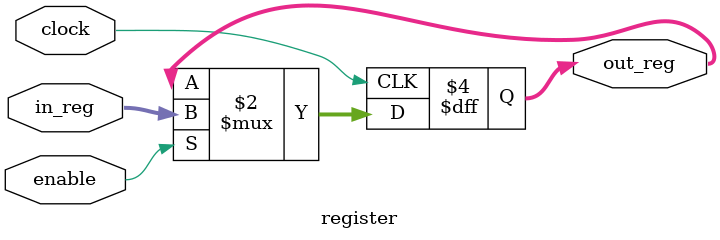
<source format=v>


module register_file(clock, enable, RW, PW, RA, PA, RB, PB, RD, PD);

    input clock, enable;

    //mux
    input [31:0] PW;
    input [4:0] RW, RA, RB, RD;
    output wire [31:0] PA, PB, PD; 

    //register
    wire [31:0] Rout0, Rout1, Rout2, Rout3, Rout4, Rout5, Rout6, Rout7;
    wire [31:0] Rout8, Rout9, Rout10, Rout11, Rout12, Rout13, Rout14, Rout15;
    wire [31:0] Rout16, Rout17, Rout18, Rout19, Rout20, Rout21, Rout22, Rout23; 
    wire [31:0] Rout24, Rout25, Rout26, Rout27, Rout28, Rout29, Rout30, Rout31;
    wire [31:0] out_decoder;

    //to write
    decoder5to32 D01(enable, RW, out_decoder);
    
    //registers
    register R0(clock, out_decoder[0], PW, Rout0);
    register R1(clock, out_decoder[1], PW, Rout1);
    register R2(clock, out_decoder[2], PW, Rout2);
    register R3(clock, out_decoder[3], PW, Rout3);
    register R4(clock, out_decoder[4], PW, Rout4);
    register R5(clock, out_decoder[5], PW, Rout5);
    register R6(clock, out_decoder[6], PW, Rout6);
    register R7(clock, out_decoder[7], PW, Rout7);

    register R8(clock, out_decoder[8], PW, Rout8);
    register R9(clock, out_decoder[9], PW, Rout9);
    register R10(clock, out_decoder[10], PW, Rout10);
    register R11(clock, out_decoder[11], PW, Rout11);
    register R12(clock, out_decoder[12], PW, Rout12);
    register R13(clock, out_decoder[13], PW, Rout13);
    register R14(clock, out_decoder[14], PW, Rout14);
    register R15(clock, out_decoder[15], PW, Rout15);

    register R16(clock, out_decoder[16], PW, Rout16);
    register R17(clock, out_decoder[17], PW, Rout17);
    register R18(clock, out_decoder[18], PW, Rout18);
    register R19(clock, out_decoder[19], PW, Rout19);
    register R20(clock, out_decoder[20], PW, Rout20);
    register R21(clock, out_decoder[21], PW, Rout21);
    register R22(clock, out_decoder[22], PW, Rout22);
    register R23(clock, out_decoder[23], PW, Rout23);

    register R24(clock, out_decoder[24], PW, Rout24);
    register R25(clock, out_decoder[25], PW, Rout25);
    register R26(clock, out_decoder[26], PW, Rout26);
    register R27(clock, out_decoder[27], PW, Rout27);
    register R28(clock, out_decoder[28], PW, Rout28);
    register R29(clock, out_decoder[29], PW, Rout29);
    register R30(clock, out_decoder[30], PW, Rout30);
    register R31(clock, out_decoder[31], PW, Rout31);

    //multiplexers
    mux32to1 M01(RA, 32'b0, Rout1, Rout2, Rout3, Rout4, Rout5, Rout6, Rout7, Rout8, Rout9, Rout10,
             Rout11, Rout12, Rout13, Rout14, Rout15, Rout16, Rout17, Rout18, Rout19, Rout20, 
             Rout21, Rout22, Rout23, Rout24, Rout25, Rout26, Rout27, Rout28, Rout29, Rout30,
             Rout31, PA);
    
    mux32to1 M02(RB, 32'b0, Rout1, Rout2, Rout3, Rout4, Rout5, Rout6, Rout7, Rout8, Rout9, Rout10,
             Rout11, Rout12, Rout13, Rout14, Rout15, Rout16, Rout17, Rout18, Rout19, Rout20, 
             Rout21, Rout22, Rout23, Rout24, Rout25, Rout26, Rout27, Rout28, Rout29, Rout30,
             Rout31, PB);

    mux32to1 M03(RD, 32'b0, Rout1, Rout2, Rout3, Rout4, Rout5, Rout6, Rout7, Rout8, Rout9, Rout10,
             Rout11, Rout12, Rout13, Rout14, Rout15, Rout16, Rout17, Rout18, Rout19, Rout20, 
             Rout21, Rout22, Rout23, Rout24, Rout25, Rout26, Rout27, Rout28, Rout29, Rout30,
             Rout31, PD);

endmodule




module mux32to1(select, R00, R01, R02, R03, R04, 
            R05, R06, R07, R08, R09, R10,
            R11, R12, R13, R14, R15, R16,
            R17, R18, R19, R20, R21, R22,
            R23, R24, R25, R26, R27, R28,
            R29, R30, R31, out_reg);
    
input  [4:0]  select;
input  [31:0] R01, R02, R03, R04, R05, R06, R07, R08;
input  [31:0] R09, R10, R11, R12, R13, R14, R15, R16;
input  [31:0] R17, R18, R19, R20, R21, R22, R23, R24;
input  [31:0] R25, R26, R27, R28, R29, R30, R31, R00; 
     
output reg [31:0]  out_reg;

always @(*) 
    begin
        case(select)
            5'b00000: out_reg = R00;
            5'b00001: out_reg = R01;
            5'b00010: out_reg = R02;
            5'b00011: out_reg = R03;
            5'b00100: out_reg = R04;
            5'b00101: out_reg = R05;
            5'b00110: out_reg = R06;
            5'b00111: out_reg = R07;
            5'b01000: out_reg = R08;
            5'b01001: out_reg = R09;
            5'b01010: out_reg = R10;
            5'b01011: out_reg = R11;
            5'b01100: out_reg = R12;
            5'b01101: out_reg = R13;
            5'b01110: out_reg = R14;
            5'b01111: out_reg = R15;

            5'b10000: out_reg = R16;
            5'b10001: out_reg = R17;
            5'b10010: out_reg = R18;
            5'b10011: out_reg = R19;
            5'b10100: out_reg = R20;
            5'b10101: out_reg = R21;
            5'b10110: out_reg = R22;
            5'b10111: out_reg = R23;
            5'b11000: out_reg = R24;
            5'b11001: out_reg = R25;
            5'b11010: out_reg = R26;
            5'b11011: out_reg = R27;
            5'b11100: out_reg = R28;
            5'b11101: out_reg = R29;
            5'b11110: out_reg = R30;
            5'b11111: out_reg = R31;            
                
            endcase
    end

endmodule



module decoder5to32(enable, select, out_add);
    input           enable;
    input   [4:0]   select;
    output reg [31:0]  out_add;
 
always @(*) 
    begin
    if (enable) 
        begin
            case(select)
                5'b00000: out_add = 32'b0000_0000_0000_0000_0000_0000_0000_0001;
                5'b00001: out_add = 32'b0000_0000_0000_0000_0000_0000_0000_0010;
                5'b00010: out_add = 32'b0000_0000_0000_0000_0000_0000_0000_0100;
                5'b00011: out_add = 32'b0000_0000_0000_0000_0000_0000_0000_1000;
                5'b00100: out_add = 32'b0000_0000_0000_0000_0000_0000_0001_0000;
                5'b00101: out_add = 32'b0000_0000_0000_0000_0000_0000_0010_0000;
                5'b00110: out_add = 32'b0000_0000_0000_0000_0000_0000_0100_0000;
                5'b00111: out_add = 32'b0000_0000_0000_0000_0000_0000_1000_0000;
                5'b01000: out_add = 32'b0000_0000_0000_0000_0000_0001_0000_0000;
                5'b01001: out_add = 32'b0000_0000_0000_0000_0000_0010_0000_0000;
                5'b01010: out_add = 32'b0000_0000_0000_0000_0000_0100_0000_0000;
                5'b01011: out_add = 32'b0000_0000_0000_0000_0000_1000_0000_0000;
                5'b01100: out_add = 32'b0000_0000_0000_0000_0001_0000_0000_0000;
                5'b01101: out_add = 32'b0000_0000_0000_0000_0010_0000_0000_0000;
                5'b01110: out_add = 32'b0000_0000_0000_0000_0100_0000_0000_0000;
                5'b01111: out_add = 32'b0000_0000_0000_0000_1000_0000_0000_0000;
                
                5'b10000: out_add = 32'b0000_0000_0000_0001_0000_0000_0000_0000;
                5'b10001: out_add = 32'b0000_0000_0000_0010_0000_0000_0000_0000;
                5'b10010: out_add = 32'b0000_0000_0000_0100_0000_0000_0000_0000;
                5'b10011: out_add = 32'b0000_0000_0000_1000_0000_0000_0000_0000;
                5'b10100: out_add = 32'b0000_0000_0001_0000_0000_0000_0000_0000;
                5'b10101: out_add = 32'b0000_0000_0010_0000_0000_0000_0000_0000;
                5'b10110: out_add = 32'b0000_0000_0100_0000_0000_0000_0000_0000;
                5'b10111: out_add = 32'b0000_0000_1000_0000_0000_0000_0000_0000;
                5'b11000: out_add = 32'b0000_0001_0000_0000_0000_0000_0000_0000;
                5'b11001: out_add = 32'b0000_0010_0000_0000_0000_0000_0000_0000;
                5'b11010: out_add = 32'b0000_0100_0000_0000_0000_0000_0000_0000;
                5'b11011: out_add = 32'b0000_1000_0000_0000_0000_0000_0000_0000;
                5'b11100: out_add = 32'b0001_0000_0000_0000_0000_0000_0000_0000;
                5'b11101: out_add = 32'b0010_0000_0000_0000_0000_0000_0000_0000;
                5'b11110: out_add = 32'b0100_0000_0000_0000_0000_0000_0000_0000;
                5'b11111: out_add = 32'b1000_0000_0000_0000_0000_0000_0000_0000;
            endcase
        end
    else
        out_add = 32'b0000_0000_0000_0000_0000_0000_0000_0000;
    end

endmodule



module register(clock, enable, in_reg, out_reg);
    input clock, enable;
    input   [31:0] in_reg;
    output reg [31:0] out_reg;

    always@(posedge clock)
            if(enable)
                out_reg <= in_reg;
endmodule
</source>
